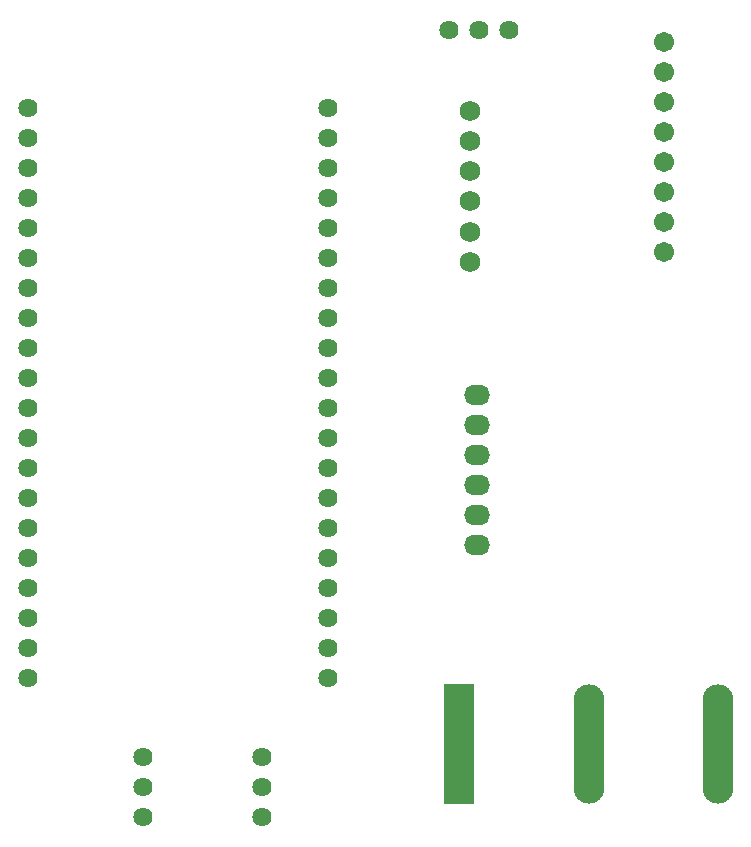
<source format=gbs>
G04 Layer: BottomSolderMaskLayer*
G04 EasyEDA Pro v2.2.40.3, 2025-07-25 22:58:42*
G04 Gerber Generator version 0.3*
G04 Scale: 100 percent, Rotated: No, Reflected: No*
G04 Dimensions in millimeters*
G04 Leading zeros omitted, absolute positions, 4 integers and 5 decimals*
G04 Generated by one-click*
%FSLAX45Y45*%
%MOMM*%
%AMRoundRect*1,1,$1,$2,$3*1,1,$1,$4,$5*1,1,$1,0-$2,0-$3*1,1,$1,0-$4,0-$5*20,1,$1,$2,$3,$4,$5,0*20,1,$1,$4,$5,0-$2,0-$3,0*20,1,$1,0-$2,0-$3,0-$4,0-$5,0*20,1,$1,0-$4,0-$5,$2,$3,0*4,1,4,$2,$3,$4,$5,0-$2,0-$3,0-$4,0-$5,$2,$3,0*%
%ADD10C,1.6256*%
%ADD11C,1.7032*%
%ADD12C,1.7272*%
%ADD13O,2.2X1.7*%
%ADD14RoundRect,0.0963X-1.25185X-5.00184X-1.25185X5.00184*%
%ADD15O,2.6086X10.09998*%
%ADD16O,2.59999X10.09998*%
G75*


G04 Pad Start*
G54D10*
G01X406400Y-1130300D03*
G01X406400Y-1384300D03*
G01X406400Y-1638300D03*
G01X406400Y-1892300D03*
G01X406400Y-2146300D03*
G01X406400Y-2400300D03*
G01X406400Y-2654300D03*
G01X406400Y-2908300D03*
G01X406400Y-3162300D03*
G01X406400Y-3416300D03*
G01X406400Y-3670300D03*
G01X406400Y-3924300D03*
G01X406400Y-4178300D03*
G01X406400Y-4432300D03*
G01X406400Y-4686300D03*
G01X406400Y-4940300D03*
G01X406400Y-5194300D03*
G01X406400Y-5448300D03*
G01X406400Y-5702300D03*
G01X406400Y-5956300D03*
G01X2946400Y-5956300D03*
G01X2946400Y-5702300D03*
G01X2946400Y-5448300D03*
G01X2946400Y-5194300D03*
G01X2946400Y-4940300D03*
G01X2946400Y-4686300D03*
G01X2946400Y-4432300D03*
G01X2946400Y-4178300D03*
G01X2946400Y-3924300D03*
G01X2946400Y-3670300D03*
G01X2946400Y-3416300D03*
G01X2946400Y-3162300D03*
G01X2946400Y-2908300D03*
G01X2946400Y-2654300D03*
G01X2946400Y-2400300D03*
G01X2946400Y-2146300D03*
G01X2946400Y-1892300D03*
G01X2946400Y-1638300D03*
G01X2946400Y-1384300D03*
G01X2946400Y-1130300D03*
G54D11*
G01X5791200Y-571500D03*
G01X5791200Y-825500D03*
G01X5791200Y-1079500D03*
G01X5791200Y-1333500D03*
G01X5791200Y-1587500D03*
G01X5791200Y-1841500D03*
G01X5791200Y-2095500D03*
G01X5791200Y-2349500D03*
G54D10*
G01X2387600Y-6629400D03*
G01X2387600Y-6883400D03*
G01X2387600Y-7137400D03*
G01X1384300Y-6629400D03*
G01X1384300Y-6883400D03*
G01X1384300Y-7137400D03*
G01X3975100Y-469900D03*
G01X4229100Y-469900D03*
G01X4483100Y-469900D03*
G54D12*
G01X4152900Y-1155700D03*
G01X4152900Y-1409700D03*
G01X4152900Y-1663700D03*
G01X4152900Y-1917700D03*
G01X4152900Y-2184400D03*
G01X4152900Y-2438400D03*
G54D13*
G01X4209999Y-4070096D03*
G01X4209999Y-4324096D03*
G01X4209999Y-4578096D03*
G01X4209999Y-4832096D03*
G01X4209999Y-3816096D03*
G01X4209999Y-3562096D03*
G54D14*
G01X4056202Y-6515100D03*
G54D16*
G01X5156200Y-6515100D03*
G01X6256198Y-6515100D03*
G04 Pad End*

M02*


</source>
